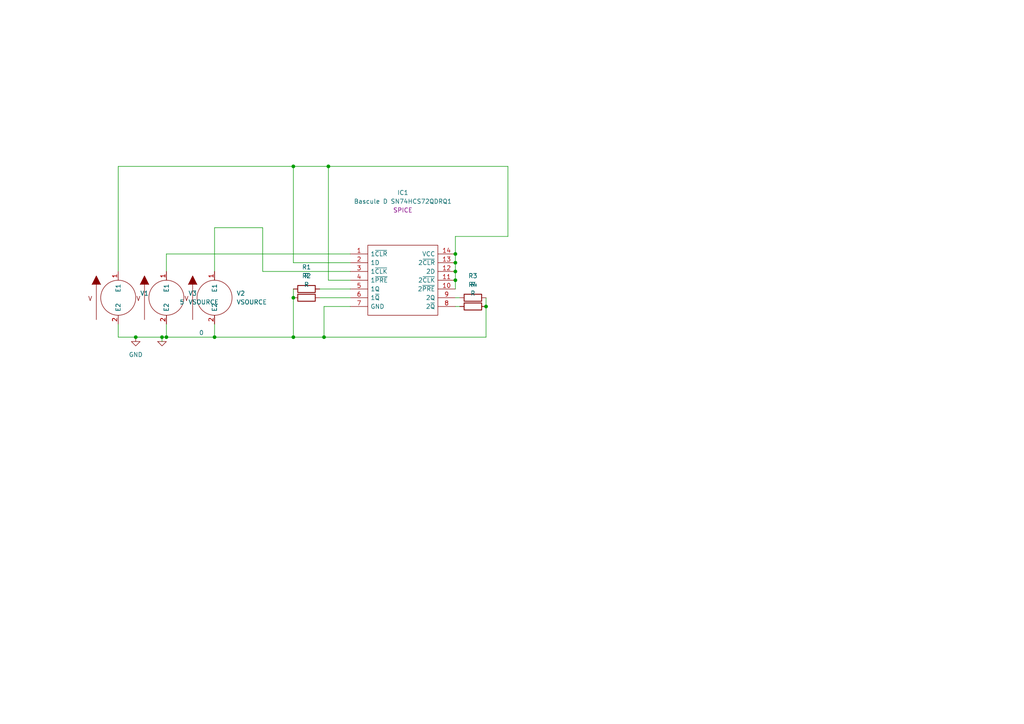
<source format=kicad_sch>
(kicad_sch (version 20211123) (generator eeschema)
  (paper "A4")
  (lib_symbols
    (symbol "Device:R" (pin_numbers hide) (pin_names (offset 0))
      (property "Reference" "R" (at 2.032 0 90))
      (property "Value" "R" (at 0 0 90))
      (symbol "R_0_1"
        (rectangle (start -1.016 -2.54) (end 1.016 2.54) (stroke (width 0.254)))
      )
      (symbol "R_1_1"
        (pin passive line (at 0 3.81 270) (length 1.27) (name "~") (number "1"))
        (pin passive line (at 0 -3.81 90) (length 1.27) (name "~") (number "2"))
      )
    )
    (symbol "EPSA_Lib:Bascule D SN74HCS72QDRQ1" (pin_names (offset 0.762))
      (property "Reference" "IC" (at 38.1 7.62 0))
      (property "Value" "Bascule D SN74HCS72QDRQ1" (at 38.1 5.08 0))
      (property "Spice_Primitive" "X" (at 38.1 7.62 0))
      (property "Spice_Model" "SN74HCS72" (at 38.1 7.62 0))
      (property "Spice_Netlist_Enabled" "Y" (at 38.1 7.62 0))
      (property "Spice_Lib_File" "C:\\AA_ECL\\EPSA\\Saison 2023\\Git Cloning\\epsa-saison-2023-dir-pro\\Conception\\Composant electronique\\spice model\\Bascule D SN74HCS72QDRQ1 1.5\\SN74HCS72.lib" (at 38.1 7.62 0))
      (symbol "Bascule D SN74HCS72QDRQ1_0_0"
        (pin passive line (at 0 0 0) (length 5.08) (name "1~{CLR}") (number "1"))
        (pin passive line (at 30.48 -10.16 180) (length 5.08) (name "2~{PRE}") (number "10"))
        (pin passive line (at 30.48 -7.62 180) (length 5.08) (name "2~{CLK}") (number "11"))
        (pin passive line (at 30.48 -5.08 180) (length 5.08) (name "2D") (number "12"))
        (pin passive line (at 30.48 -2.54 180) (length 5.08) (name "2~{CLR}") (number "13"))
        (pin passive line (at 30.48 0 180) (length 5.08) (name "VCC") (number "14"))
        (pin passive line (at 0 -2.54 0) (length 5.08) (name "1D") (number "2"))
        (pin passive line (at 0 -5.08 0) (length 5.08) (name "1~{CLK}") (number "3"))
        (pin passive line (at 0 -7.62 0) (length 5.08) (name "1~{PRE}") (number "4"))
        (pin passive line (at 0 -10.16 0) (length 5.08) (name "1Q") (number "5"))
        (pin passive line (at 0 -12.7 0) (length 5.08) (name "1~{Q}") (number "6"))
        (pin passive line (at 0 -15.24 0) (length 5.08) (name "GND") (number "7"))
        (pin passive line (at 30.48 -15.24 180) (length 5.08) (name "2~{Q}") (number "8"))
        (pin passive line (at 30.48 -12.7 180) (length 5.08) (name "2Q") (number "9"))
      )
      (symbol "Bascule D SN74HCS72QDRQ1_0_1"
        (polyline (pts (xy 5.08 2.54) (xy 25.4 2.54) (xy 25.4 -17.78) (xy 5.08 -17.78) (xy 5.08 2.54)) (stroke (width 0.1524)))
      )
    )
    (symbol "power:GND" (power) (pin_names (offset 0))
      (property "Value" "GND" (at 0 -3.81 0))
      (symbol "GND_0_1"
        (polyline (pts (xy 0 0) (xy 0 -1.27) (xy 1.27 -1.27) (xy 0 -2.54) (xy -1.27 -1.27) (xy 0 -1.27)))
      )
      (symbol "GND_1_1"
        (pin power_in line (at 0 0 270) (length 0) hide (name "GND") (number "1"))
      )
    )
    (symbol "pspice:0" (power) (pin_names (offset 0))
      (property "Value" "0" (at 0 -1.778 0))
      (symbol "0_0_1"
        (polyline (pts (xy -1.27 0) (xy 0 -1.27) (xy 1.27 0) (xy -1.27 0)))
      )
      (symbol "0_1_1"
        (pin power_in line (at 0 0 0) (length 0) hide (name "0") (number "1"))
      )
    )
    (symbol "pspice:VSOURCE" (pin_names (offset 1.016))
      (property "Reference" "V" (at -6.35 7.62 0))
      (property "Value" "VSOURCE" (at 0 0 0))
      (symbol "VSOURCE_0_1"
        (polyline (pts (xy -6.35 -6.35) (xy -6.35 3.81)) (fill (type outline)))
        (polyline (pts (xy -7.62 3.81) (xy -6.35 6.35) (xy -5.08 3.81)) (fill (type outline)))
        (circle (center 0 0) (radius 5.08))
        (text "V" (at -8.128 -0.254 0) (effects (font (size 1.27 1.27))))
      )
      (symbol "VSOURCE_1_1"
        (pin input line (at 0 7.62 270) (length 2.54) (name "E1") (number "1"))
        (pin input line (at 0 -7.62 90) (length 2.54) (name "E2") (number "2"))
      )
    )
  )
  (junction (at 48.26 97.79))
  (junction (at 132.08 76.2))
  (junction (at 132.08 81.28))
  (junction (at 46.99 97.79))
  (junction (at 132.08 78.74))
  (junction (at 132.08 73.66))
  (junction (at 85.09 48.26))
  (junction (at 85.09 86.36))
  (junction (at 93.98 97.79))
  (junction (at 95.25 48.26))
  (junction (at 85.09 97.79))
  (junction (at 140.97 88.9))
  (junction (at 39.37 97.79))
  (junction (at 62.23 97.79))
  (wire (pts (xy 62.23 66.04) (xy 76.2 66.04)))
  (wire (pts (xy 132.08 81.28) (xy 132.08 83.82)))
  (wire (pts (xy 34.29 93.98) (xy 34.29 97.79)))
  (wire (pts (xy 46.99 97.79) (xy 46.99 99.06)))
  (wire (pts (xy 101.6 81.28) (xy 95.25 81.28)))
  (wire (pts (xy 92.71 86.36) (xy 101.6 86.36)))
  (wire (pts (xy 140.97 88.9) (xy 140.97 97.79)))
  (wire (pts (xy 132.08 88.9) (xy 133.35 88.9)))
  (wire (pts (xy 62.23 93.98) (xy 62.23 97.79)))
  (wire (pts (xy 34.29 97.79) (xy 39.37 97.79)))
  (wire (pts (xy 93.98 88.9) (xy 101.6 88.9)))
  (wire (pts (xy 46.99 97.79) (xy 48.26 97.79)))
  (wire (pts (xy 85.09 48.26) (xy 34.29 48.26)))
  (wire (pts (xy 48.26 93.98) (xy 48.26 97.79)))
  (wire (pts (xy 132.08 76.2) (xy 132.08 78.74)))
  (wire (pts (xy 93.98 97.79) (xy 140.97 97.79)))
  (wire (pts (xy 132.08 73.66) (xy 132.08 76.2)))
  (wire (pts (xy 93.98 97.79) (xy 93.98 88.9)))
  (wire (pts (xy 62.23 66.04) (xy 62.23 78.74)))
  (wire (pts (xy 34.29 48.26) (xy 34.29 78.74)))
  (wire (pts (xy 132.08 78.74) (xy 132.08 81.28)))
  (wire (pts (xy 62.23 97.79) (xy 85.09 97.79)))
  (wire (pts (xy 85.09 97.79) (xy 93.98 97.79)))
  (wire (pts (xy 132.08 68.58) (xy 132.08 73.66)))
  (wire (pts (xy 85.09 83.82) (xy 85.09 86.36)))
  (wire (pts (xy 147.32 68.58) (xy 147.32 48.26)))
  (wire (pts (xy 48.26 73.66) (xy 101.6 73.66)))
  (wire (pts (xy 147.32 48.26) (xy 95.25 48.26)))
  (wire (pts (xy 39.37 97.79) (xy 46.99 97.79)))
  (wire (pts (xy 92.71 83.82) (xy 101.6 83.82)))
  (wire (pts (xy 85.09 48.26) (xy 85.09 76.2)))
  (wire (pts (xy 140.97 86.36) (xy 140.97 88.9)))
  (wire (pts (xy 48.26 78.74) (xy 48.26 73.66)))
  (wire (pts (xy 101.6 76.2) (xy 85.09 76.2)))
  (wire (pts (xy 132.08 68.58) (xy 147.32 68.58)))
  (wire (pts (xy 95.25 48.26) (xy 85.09 48.26)))
  (wire (pts (xy 48.26 97.79) (xy 62.23 97.79)))
  (wire (pts (xy 76.2 78.74) (xy 101.6 78.74)))
  (wire (pts (xy 132.08 86.36) (xy 133.35 86.36)))
  (wire (pts (xy 85.09 86.36) (xy 85.09 97.79)))
  (wire (pts (xy 95.25 48.26) (xy 95.25 81.28)))
  (wire (pts (xy 76.2 66.04) (xy 76.2 78.74)))
  (symbol (lib_id "pspice:VSOURCE") (at 48.26 86.36 0) (unit 1)
    (property "Reference" "V3" (at 54.61 85.0899 0) (effects (justify left)))
    (property "Value" "VSOURCE" (at 54.61 87.6299 0) (effects (justify left)))
    (property "Spice_Primitive" "V" (effects hide))
    (property "Spice_Model" "pulse(0 5 1 300m 300m 20 3)" (effects hide))
    (property "Spice_Netlist_Enabled" "Y" (effects hide))
  )
  (symbol (lib_id "EPSA_Lib:Bascule D SN74HCS72QDRQ1") (at 101.6 73.66 0) (unit 1)
    (property "Reference" "IC1" (at 116.84 55.88 0))
    (property "Value" "Bascule D SN74HCS72QDRQ1" (at 116.84 58.42 0))
    (property "Footprint" "SOIC127P600X175-14N" (effects hide))
    (property "Datasheet" "http://www.ti.com/general/docs/suppproductinfo.tsp?distId=10&gotoUrl=http%3A%2F%2Fwww.ti.com%2Flit%2Fgpn%2Fsn74hcs72-q1" (effects hide))
    (property "Description" "Flip-Flops Automotive Schmitt-trigger input dual D-type negative-edge-triggered flip-flops w/ clear and preset 14-SOIC -40 to 125" (effects hide))
    (property "Height" "1.75" (effects hide))
    (property "Manufacturer_Name" "Texas Instruments" (effects hide))
    (property "Manufacturer_Part_Number" "SN74HCS72QDRQ1" (effects hide))
    (property "Mouser Part Number" "595-SN74HCS72QDRQ1" (effects hide))
    (property "Mouser Price/Stock" "https://www.mouser.co.uk/ProductDetail/Texas-Instruments/SN74HCS72QDRQ1?qs=Cb2nCFKsA8rdYGfO8j6PMA%3D%3D" (effects hide))
    (property "Arrow Part Number" "SN74HCS72QDRQ1" (effects hide))
    (property "Arrow Price/Stock" "https://www.arrow.com/en/products/sn74hcs72qdrq1/texas-instruments?region=nac" (effects hide))
    (property "Spice_Primitive" "X" (at 116.84 60.96 0))
    (property "Spice_Model" "SN74HCS72_Double" (at 116.84 63.5 0))
    (property "Spice_Netlist_Enabled" "Y" (at 116.84 66.04 0))
    (property "Spice_Lib_File" "SN74HCS72.lib" (at 101.6 121.92 0))
  )
  (symbol (lib_id "Device:R") (at 88.9 86.36 90) (unit 1)
    (property "Reference" "R2" (at 88.9 80.01 90))
    (property "Value" "R" (at 88.9 82.55 90))
    (property "Spice_Primitive" "R" (effects hide))
    (property "Spice_Model" "10k" (effects hide))
    (property "Spice_Netlist_Enabled" "Y" (effects hide))
  )
  (symbol (lib_id "Device:R") (at 88.9 83.82 90) (unit 1)
    (property "Reference" "R1" (at 88.9 77.47 90))
    (property "Value" "R" (at 88.9 80.01 90))
    (property "Spice_Primitive" "R" (effects hide))
    (property "Spice_Model" "10k" (effects hide))
    (property "Spice_Netlist_Enabled" "Y" (effects hide))
  )
  (symbol (lib_id "Device:R") (at 137.16 86.36 90) (unit 1)
    (property "Reference" "R3" (at 137.16 80.01 90))
    (property "Value" "R" (at 137.16 82.55 90))
    (property "Spice_Primitive" "R" (effects hide))
    (property "Spice_Model" "10k" (effects hide))
    (property "Spice_Netlist_Enabled" "Y" (effects hide))
  )
  (symbol (lib_id "pspice:0") (at 46.99 99.06 0) (unit 1)
    (property "Reference" "#GND01" (effects hide))
    (property "Value" "0" (at 58.42 96.52 0))
  )
  (symbol (lib_id "pspice:VSOURCE") (at 34.29 86.36 0) (unit 1)
    (property "Reference" "V1" (at 40.64 85.0899 0) (effects (justify left)))
    (property "Value" "VSOURCE" (at 52.07 87.6299 0) (effects (justify left)))
    (property "Spice_Primitive" "V" (effects hide))
    (property "Spice_Model" "dc 5" (effects hide))
    (property "Spice_Netlist_Enabled" "Y" (effects hide))
  )
  (symbol (lib_id "pspice:VSOURCE") (at 62.23 86.36 0) (unit 1)
    (property "Reference" "V2" (at 68.58 85.0899 0) (effects (justify left)))
    (property "Value" "VSOURCE" (at 68.58 87.6299 0) (effects (justify left)))
    (property "Spice_Primitive" "V" (effects hide))
    (property "Spice_Model" "pulse(0 5 1 200m 200m 1 1)" (effects hide))
    (property "Spice_Netlist_Enabled" "Y" (effects hide))
  )
  (symbol (lib_id "Device:R") (at 137.16 88.9 90) (unit 1)
    (property "Reference" "R4" (at 137.16 82.55 90))
    (property "Value" "R" (at 137.16 85.09 90))
    (property "Spice_Primitive" "R" (effects hide))
    (property "Spice_Model" "10k" (effects hide))
    (property "Spice_Netlist_Enabled" "Y" (effects hide))
  )
  (symbol (lib_id "power:GND") (at 39.37 97.79 0) (unit 1)
    (property "Reference" "#PWR01" (effects hide))
    (property "Value" "GND" (at 39.37 102.87 0))
  )
)
</source>
